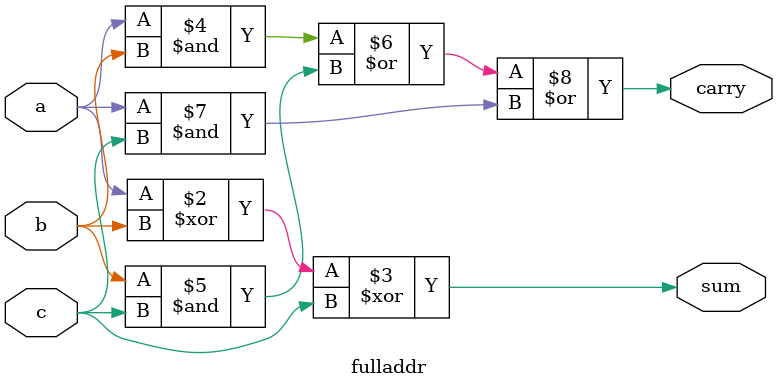
<source format=v>
module fulladdr(a,b,c,sum,carry);
input a,b,c;
output reg sum,carry;
always@(a,b,c)
begin
sum=a^b^c;
carry=(((a&b)|(b&c))|(a&c));
end
endmodule

</source>
